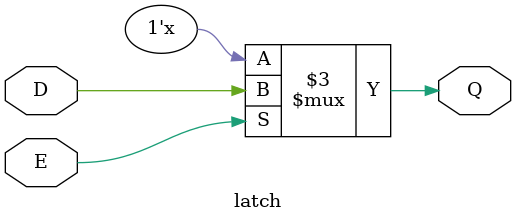
<source format=sv>
module latch (E, D, Q);
    input E, D;
    output reg Q;
    always @* begin
        if (E == 1)
            Q <= D;
    end
endmodule
</source>
